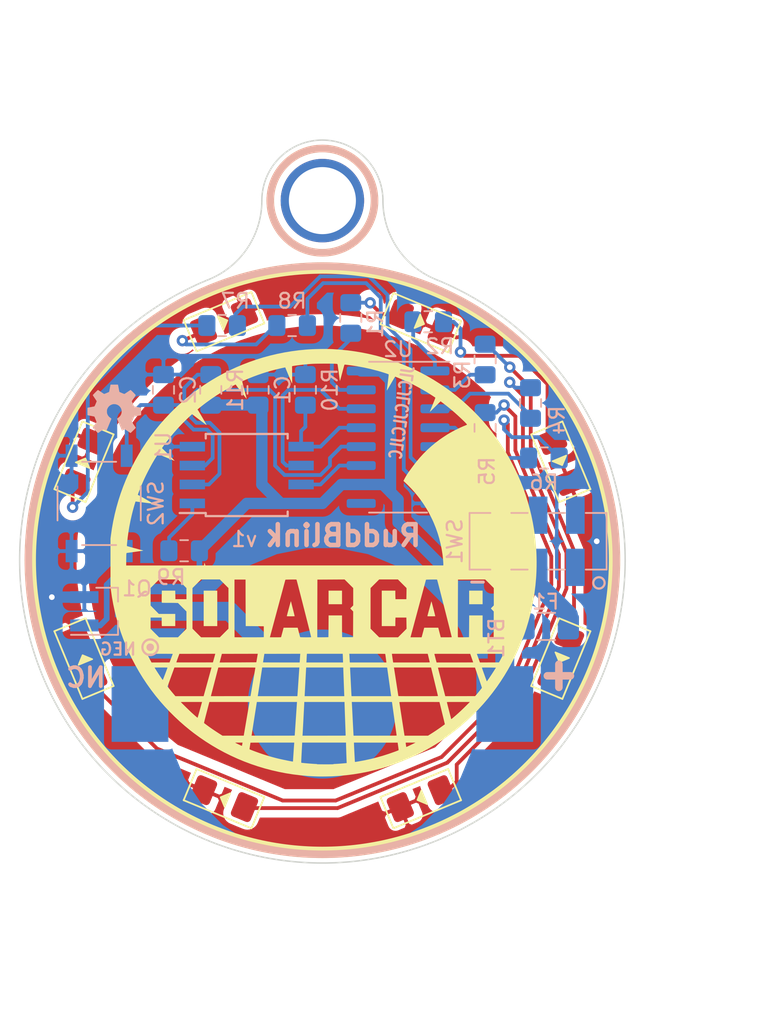
<source format=kicad_pcb>
(kicad_pcb (version 20221018) (generator pcbnew)
  (title_block (title "RuddBlink v1") (date "2019-10-31") (rev "A") (company "Ruddock House Electrical Engineering") (comment 1 "California Institute of Technology") (comment 2 "B.S. EE, Ruddock House, Class of 2020") (comment 3 "Ray Sun"))
  (layers (0 "F.Cu" signal) (31 "B.Cu" signal) (34 "B.Paste" user) (35 "F.Paste" user) (36 "B.SilkS" user "B.Silkscreen") (37 "F.SilkS" user "F.Silkscreen") (38 "B.Mask" user) (39 "F.Mask" user) (44 "Edge.Cuts" user))
  (net 0 "")
  (net 1 "GND")
  (net 2 "Net-(D1-Pad2)")
  (net 3 "Net-(D2-Pad2)")
  (net 4 "Net-(D3-Pad2)")
  (net 5 "Net-(D4-Pad2)")
  (net 6 "Net-(D5-Pad2)")
  (net 7 "Net-(D6-Pad2)")
  (net 8 "Net-(D7-Pad2)")
  (net 9 "Net-(D8-Pad2)")
  (net 10 "Net-(F1-Pad2)")
  (net 11 "Net-(SW1-Pad3)")
  (net 12 "Net-(U2-Pad9)")
  (net 13 "/BAT+")
  (net 14 "/BAT-")
  (net 15 "/USER")
  (net 16 "/RESET")
  (net 17 "/SER")
  (net 18 "/~{OE}")
  (net 19 "/RCLK")
  (net 20 "/SRCLK")
  (net 21 "VDD")
  (net 22 "/LED1")
  (net 23 "/LED2")
  (net 24 "/LED3")
  (net 25 "/LED4")
  (net 26 "/LED5")
  (net 27 "/LED6")
  (net 28 "/LED7")
  (net 29 "/LED8")
  (net 30 "Net-(H1-Pad1)")
  (net 31 "Net-(SW1-Pad6)")
  (net 32 "Net-(SW1-Pad5)")
  (net 33 "Net-(SW1-Pad4)")
  (footprint "ruddblink:LED_1206_Uniform_HandSolder" (layer "F.Cu") (at 126.238 107.696 -112.5)
    (fp_text reference "D7" hide)
    (fp_text value " 150120BS75000 ")
    (pad "1" smd roundrect (at -1.4875 0 247.5) (size 1.425 1.75) (layers "F.Cu" "F.Paste" "F.Mask") (roundrect_rratio 0.175439) (net 1 "GND"))
    (pad "2" smd roundrect (at 1.4875 0 247.5) (size 1.425 1.75) (layers "F.Cu" "F.Paste" "F.Mask") (roundrect_rratio 0.175439) (net 8 "Net-(D7-Pad2)"))
  )
  (footprint "ruddblink:LED_1206_Uniform_HandSolder" (layer "F.Cu") (at 148.844 130.302 22.5)
    (fp_text reference "D4" hide)
    (fp_text value " 150120BS75000 ")
    (pad "1" smd roundrect (at -1.4875 0 22.5) (size 1.425 1.75) (layers "F.Cu" "F.Paste" "F.Mask") (roundrect_rratio 0.175439) (net 1 "GND"))
    (pad "2" smd roundrect (at 1.4875 0 22.5) (size 1.425 1.75) (layers "F.Cu" "F.Paste" "F.Mask") (roundrect_rratio 0.175439) (net 5 "Net-(D4-Pad2)"))
  )
  (footprint "ruddblink:LED_1206_Uniform_HandSolder" (layer "F.Cu") (at 135.636 130.302 -22.5)
    (fp_text reference "D5" hide)
    (fp_text value " 150120BS75000 ")
    (pad "1" smd roundrect (at -1.4875 0 337.5) (size 1.425 1.75) (layers "F.Cu" "F.Paste" "F.Mask") (roundrect_rratio 0.175439) (net 1 "GND"))
    (pad "2" smd roundrect (at 1.4875 0 337.5) (size 1.425 1.75) (layers "F.Cu" "F.Paste" "F.Mask") (roundrect_rratio 0.175439) (net 6 "Net-(D5-Pad2)"))
  )
  (footprint "ruddblink:LED_1206_Uniform_HandSolder" (layer "F.Cu") (at 135.636 98.298 -157.5)
    (fp_text reference "D8" hide)
    (fp_text value " 150120BS75000 ")
    (pad "1" smd roundrect (at -1.4875 0 202.5) (size 1.425 1.75) (layers "F.Cu" "F.Paste" "F.Mask") (roundrect_rratio 0.175439) (net 1 "GND"))
    (pad "2" smd roundrect (at 1.4875 0 202.5) (size 1.425 1.75) (layers "F.Cu" "F.Paste" "F.Mask") (roundrect_rratio 0.175439) (net 9 "Net-(D8-Pad2)"))
  )
  (footprint "ruddblink:LED_1206_Uniform_HandSolder" (layer "F.Cu") (at 158.242 107.696 112.5)
    (fp_text reference "D2" hide)
    (fp_text value " 150120BS75000 ")
    (pad "1" smd roundrect (at -1.4875 0 112.5) (size 1.425 1.75) (layers "F.Cu" "F.Paste" "F.Mask") (roundrect_rratio 0.175439) (net 1 "GND"))
    (pad "2" smd roundrect (at 1.4875 0 112.5) (size 1.425 1.75) (layers "F.Cu" "F.Paste" "F.Mask") (roundrect_rratio 0.175439) (net 3 "Net-(D2-Pad2)"))
  )
  (footprint "ruddblink:LED_1206_Uniform_HandSolder" (layer "F.Cu") (at 158.242 120.904 67.5)
    (fp_text reference "D3" hide)
    (fp_text value " 150120BS75000 ")
    (pad "1" smd roundrect (at -1.4875 0 67.5) (size 1.425 1.75) (layers "F.Cu" "F.Paste" "F.Mask") (roundrect_rratio 0.175439) (net 1 "GND"))
    (pad "2" smd roundrect (at 1.4875 0 67.5) (size 1.425 1.75) (layers "F.Cu" "F.Paste" "F.Mask") (roundrect_rratio 0.175439) (net 4 "Net-(D3-Pad2)"))
  )
  (footprint "ruddblink:LED_1206_Uniform_HandSolder" (layer "F.Cu") (at 148.844 98.359242 157.5)
    (fp_text reference "D1" hide)
    (fp_text value " 150120BS75000 ")
    (pad "1" smd roundrect (at -1.4875 0 157.5) (size 1.425 1.75) (layers "F.Cu" "F.Paste" "F.Mask") (roundrect_rratio 0.175439) (net 1 "GND"))
    (pad "2" smd roundrect (at 1.4875 0 157.5) (size 1.425 1.75) (layers "F.Cu" "F.Paste" "F.Mask") (roundrect_rratio 0.175439) (net 2 "Net-(D1-Pad2)"))
  )
  (footprint "ruddblink:LED_1206_Uniform_HandSolder" (layer "F.Cu") (at 126.238 120.904 -67.5)
    (fp_text reference "D6" hide)
    (fp_text value " 150120BS75000 ")
    (pad "1" smd roundrect (at -1.4875 0 292.5) (size 1.425 1.75) (layers "F.Cu" "F.Paste" "F.Mask") (roundrect_rratio 0.175439) (net 1 "GND"))
    (pad "2" smd roundrect (at 1.4875 0 292.5) (size 1.425 1.75) (layers "F.Cu" "F.Paste" "F.Mask") (roundrect_rratio 0.175439) (net 7 "Net-(D6-Pad2)"))
  )
  (footprint "ruddblink:MountingHole_Keyring" (layer "F.Cu") (at 142.24 90.17)
    (fp_text reference "H1" hide)
    (fp_text value "KEYHOLE")
    (pad "1" thru_hole circle (at 0 0) (size 5.6 5.6) (drill 4.5) (layers "*.Cu" "*.Mask") (net 30 "Net-(H1-Pad1)"))
  )
  (footprint "scsc_logo:sun+solar_mask_1in2" (layer "F.Cu") (at 142.367 114.554)
    (fp_text reference "G***" (at 10.8204 -2.0828) (layer "F.SilkS") (effects (font (size 1.524 1.524) (thickness 0.3))))
    (fp_text value "" hide)
  )
  (footprint "scsc_logo:background_reduced_silk_1in2" (layer "F.Cu") (at 142.367 114.554)
    (fp_text reference "G***" (at 10.6172 -3.175) (layer "F.SilkS") (effects (font (size 1.524 1.524) (thickness 0.3))))
    (fp_text value "" hide)
  )
  (footprint "Package_SO:SOIJ-8_5.3x5.3mm_P1.27mm" (layer "B.Cu") (at 137.16 108.585)
    (fp_text reference "U1" (at -5.588 -1.905 90) (layer "B.SilkS") (effects (justify mirror)))
    (fp_text value "ATtiny85V-10SU")
    (pad "1" smd rect (at -3.65 1.905) (size 1.7 0.65) (layers "B.Cu" "B.Paste" "B.Mask") (net 16 "/RESET"))
    (pad "2" smd rect (at -3.65 0.635) (size 1.7 0.65) (layers "B.Cu" "B.Paste" "B.Mask") (net 19 "/RCLK"))
    (pad "3" smd rect (at -3.65 -0.635) (size 1.7 0.65) (layers "B.Cu" "B.Paste" "B.Mask") (net 15 "/USER"))
    (pad "4" smd rect (at -3.65 -1.905) (size 1.7 0.65) (layers "B.Cu" "B.Paste" "B.Mask") (net 1 "GND"))
    (pad "5" smd rect (at 3.65 -1.905) (size 1.7 0.65) (layers "B.Cu" "B.Paste" "B.Mask") (net 18 "/~{OE}"))
    (pad "6" smd rect (at 3.65 -0.635) (size 1.7 0.65) (layers "B.Cu" "B.Paste" "B.Mask") (net 17 "/SER"))
    (pad "7" smd rect (at 3.65 0.635) (size 1.7 0.65) (layers "B.Cu" "B.Paste" "B.Mask") (net 20 "/SRCLK"))
    (pad "8" smd rect (at 3.65 1.905) (size 1.7 0.65) (layers "B.Cu" "B.Paste" "B.Mask") (net 21 "VDD"))
  )
  (footprint "Package_TO_SOT_SMD:SOT-23_Handsoldering" (layer "B.Cu") (at 127.762 117.729)
    (fp_text reference "Q1" (at 2.032 -1.524) (layer "B.SilkS") (effects (justify mirror)))
    (fp_text value " IRFML8244")
    (pad "1" smd rect (at -1.5 0.95) (size 1.9 0.8) (layers "B.Cu" "B.Paste" "B.Mask") (net 21 "VDD"))
    (pad "2" smd rect (at -1.5 -0.95) (size 1.9 0.8) (layers "B.Cu" "B.Paste" "B.Mask") (net 1 "GND"))
    (pad "3" smd rect (at 1.5 0) (size 1.9 0.8) (layers "B.Cu" "B.Paste" "B.Mask") (net 14 "/BAT-"))
  )
  (footprint "Resistor_SMD:R_0805_2012Metric_Pad1.15x1.40mm_HandSolder" (layer "B.Cu") (at 141.097 102.87 90)
    (fp_text reference "R10" (at 0 1.65 90) (layer "B.SilkS") (effects (justify mirror)))
    (fp_text value "10K")
    (pad "1" smd roundrect (at -1.025 0 90) (size 1.15 1.4) (layers "B.Cu" "B.Paste" "B.Mask") (roundrect_rratio 0.217391) (net 18 "/~{OE}"))
    (pad "2" smd roundrect (at 1.025 0 90) (size 1.15 1.4) (layers "B.Cu" "B.Paste" "B.Mask") (roundrect_rratio 0.217) (net 1 "GND") (clearance 0.000203))
  )
  (footprint "ruddblink:BatteryHolder_Keystone_3034_Wide" (layer "B.Cu") (at 142.24 123.952 180)
    (fp_text reference "BT1" (at -11.684 4.445 90) (layer "B.SilkS") (effects (justify mirror)))
    (fp_text value "3034")
    (pad "1" smd rect (at -12.2428 0 180) (size 3.81 5.08) (layers "B.Cu" "B.Paste" "B.Mask") (net 13 "/BAT+"))
    (pad "1" smd rect (at 12.2428 0 180) (size 3.81 5.08) (layers "B.Cu" "B.Paste" "B.Mask") (net 13 "/BAT+"))
    (pad "2" smd circle (at 0 0 180) (size 10 10) (layers "B.Cu" "B.Paste" "B.Mask") (net 14 "/BAT-") (clearance 5.334))
  )
  (footprint "ruddblink:SW_Push_PTS526" (layer "B.Cu") (at 127.254 110.49 90)
    (fp_text reference "SW2" (at 0 3.81 90) (layer "B.SilkS") (effects (justify mirror)))
    (fp_text value "PTS526 SK15 SMTR2 LFS ")
    (pad "1" smd rect (at -3.2 1.85 90) (size 1.5 0.8) (layers "B.Cu" "B.Paste" "B.Mask") (net 15 "/USER"))
    (pad "1" smd rect (at 3.2 1.85 90) (size 1.5 0.8) (layers "B.Cu" "B.Paste" "B.Mask") (net 15 "/USER"))
    (pad "2" smd rect (at -3.2 -1.85 90) (size 1.5 0.8) (layers "B.Cu" "B.Paste" "B.Mask") (net 1 "GND"))
    (pad "2" smd rect (at 3.2 -1.85 90) (size 1.5 0.8) (layers "B.Cu" "B.Paste" "B.Mask") (net 1 "GND"))
  )
  (footprint "Resistor_SMD:R_0805_2012Metric_Pad1.15x1.40mm_HandSolder" (layer "B.Cu") (at 157.108 107.442)
    (fp_text reference "R6" (at 0 1.65) (layer "B.SilkS") (effects (justify mirror)))
    (fp_text value "R")
    (pad "1" smd roundrect (at -1.025 0) (size 1.15 1.4) (layers "B.Cu" "B.Paste" "B.Mask") (roundrect_rratio 0.217391) (net 27 "/LED6"))
    (pad "2" smd roundrect (at 1.025 0) (size 1.15 1.4) (layers "B.Cu" "B.Paste" "B.Mask") (roundrect_rratio 0.217391) (net 7 "Net-(D6-Pad2)"))
  )
  (footprint "Resistor_SMD:R_0805_2012Metric_Pad1.15x1.40mm_HandSolder" (layer "B.Cu") (at 153.162 105.419 90)
    (fp_text reference "R5" (at -2.912 0.127 90) (layer "B.SilkS") (effects (justify mirror)))
    (fp_text value "R")
    (pad "1" smd roundrect (at -1.025 0 90) (size 1.15 1.4) (layers "B.Cu" "B.Paste" "B.Mask") (roundrect_rratio 0.217391) (net 26 "/LED5"))
    (pad "2" smd roundrect (at 1.025 0 90) (size 1.15 1.4) (layers "B.Cu" "B.Paste" "B.Mask") (roundrect_rratio 0.217391) (net 6 "Net-(D5-Pad2)"))
  )
  (footprint "Capacitor_SMD:C_0805_2012Metric_Pad1.15x1.40mm_HandSolder" (layer "B.Cu") (at 137.922 102.87 90)
    (fp_text reference "C1" (at 0 1.65 90) (layer "B.SilkS") (effects (justify mirror)))
    (fp_text value "0.1uF")
    (pad "1" smd roundrect (at -1.025 0 90) (size 1.15 1.4) (layers "B.Cu" "B.Paste" "B.Mask") (roundrect_rratio 0.217391) (net 21 "VDD"))
    (pad "2" smd roundrect (at 1.025 0 90) (size 1.15 1.4) (layers "B.Cu" "B.Paste" "B.Mask") (roundrect_rratio 0.217391) (net 1 "GND"))
  )
  (footprint "Resistor_SMD:R_0805_2012Metric_Pad1.15x1.40mm_HandSolder" (layer "B.Cu") (at 156.21 103.75 90)
    (fp_text reference "R4" (at -1.152 1.778 90) (layer "B.SilkS") (effects (justify mirror)))
    (fp_text value "R")
    (pad "1" smd roundrect (at -1.025 0 90) (size 1.15 1.4) (layers "B.Cu" "B.Paste" "B.Mask") (roundrect_rratio 0.217391) (net 25 "/LED4"))
    (pad "2" smd roundrect (at 1.025 0 90) (size 1.15 1.4) (layers "B.Cu" "B.Paste" "B.Mask") (roundrect_rratio 0.217391) (net 5 "Net-(D4-Pad2)"))
  )
  (footprint "Resistor_SMD:R_0805_2012Metric_Pad1.15x1.40mm_HandSolder" (layer "B.Cu") (at 134.747 102.87 90)
    (fp_text reference "R11" (at 0 1.65 90) (layer "B.SilkS") (effects (justify mirror)))
    (fp_text value "10K")
    (pad "1" smd roundrect (at -1.025 0 90) (size 1.15 1.4) (layers "B.Cu" "B.Paste" "B.Mask") (roundrect_rratio 0.217391) (net 21 "VDD"))
    (pad "2" smd roundrect (at 1.025 0 90) (size 1.15 1.4) (layers "B.Cu" "B.Paste" "B.Mask") (roundrect_rratio 0.217391) (net 15 "/USER"))
  )
  (footprint "Resistor_SMD:R_0805_2012Metric_Pad1.15x1.40mm_HandSolder" (layer "B.Cu") (at 132.96 113.665 180)
    (fp_text reference "R9" (at 0.88 -1.778) (layer "B.SilkS") (effects (justify mirror)))
    (fp_text value "10K")
    (pad "1" smd roundrect (at -1.025 0 180) (size 1.15 1.4) (layers "B.Cu" "B.Paste" "B.Mask") (roundrect_rratio 0.217391) (net 21 "VDD"))
    (pad "2" smd roundrect (at 1.025 0 180) (size 1.15 1.4) (layers "B.Cu" "B.Paste" "B.Mask") (roundrect_rratio 0.217391) (net 16 "/RESET"))
  )
  (footprint "Resistor_SMD:R_0805_2012Metric_Pad1.15x1.40mm_HandSolder" (layer "B.Cu") (at 149.343 98.298)
    (fp_text reference "R2" (at 0.771 1.651) (layer "B.SilkS") (effects (justify mirror)))
    (fp_text value "R")
    (pad "1" smd roundrect (at -1.025 0) (size 1.15 1.4) (layers "B.Cu" "B.Paste" "B.Mask") (roundrect_rratio 0.217391) (net 23 "/LED2"))
    (pad "2" smd roundrect (at 1.025 0) (size 1.15 1.4) (layers "B.Cu" "B.Paste" "B.Mask") (roundrect_rratio 0.217391) (net 3 "Net-(D2-Pad2)"))
  )
  (footprint "Resistor_SMD:R_0805_2012Metric_Pad1.15x1.40mm_HandSolder" (layer "B.Cu") (at 135.509 98.552 180)
    (fp_text reference "R7" (at -0.889 1.65) (layer "B.SilkS") (effects (justify mirror)))
    (fp_text value "R")
    (pad "1" smd roundrect (at -1.025 0 180) (size 1.15 1.4) (layers "B.Cu" "B.Paste" "B.Mask") (roundrect_rratio 0.217391) (net 28 "/LED7"))
    (pad "2" smd roundrect (at 1.025 0 180) (size 1.15 1.4) (layers "B.Cu" "B.Paste" "B.Mask") (roundrect_rratio 0.217391) (net 8 "Net-(D7-Pad2)"))
  )
  (footprint "Package_SO:SOIC-16_3.9x9.9mm_P1.27mm" (layer "B.Cu") (at 147.32 106.045 180)
    (fp_text reference "U2" (at 0 5.9) (layer "B.SilkS") (effects (justify mirror)))
    (fp_text value "74HC595")
    (pad "1" smd roundrect (at -2.475 4.445 180) (size 1.95 0.6) (layers "B.Cu" "B.Paste" "B.Mask") (net 23 "/LED2"))
    (pad "2" smd roundrect (at -2.475 3.175 180) (size 1.95 0.6) (layers "B.Cu" "B.Paste" "B.Mask") (net 24 "/LED3"))
    (pad "3" smd roundrect (at -2.475 1.905 180) (size 1.95 0.6) (layers "B.Cu" "B.Paste" "B.Mask") (net 25 "/LED4"))
    (pad "4" smd roundrect (at -2.475 0.635 180) (size 1.95 0.6) (layers "B.Cu" "B.Paste" "B.Mask") (net 26 "/LED5"))
    (pad "5" smd roundrect (at -2.475 -0.635 180) (size 1.95 0.6) (layers "B.Cu" "B.Paste" "B.Mask") (net 27 "/LED6"))
    (pad "6" smd roundrect (at -2.475 -1.905 180) (size 1.95 0.6) (layers "B.Cu" "B.Paste" "B.Mask") (net 28 "/LED7"))
    (pad "7" smd roundrect (at -2.475 -3.175 180) (size 1.95 0.6) (layers "B.Cu" "B.Paste" "B.Mask") (net 29 "/LED8"))
    (pad "8" smd roundrect (at -2.475 -4.445 180) (size 1.95 0.6) (layers "B.Cu" "B.Paste" "B.Mask") (net 1 "GND"))
    (pad "9" smd roundrect (at 2.475 -4.445 180) (size 1.95 0.6) (layers "B.Cu" "B.Paste" "B.Mask") (net 12 "Net-(U2-Pad9)"))
    (pad "10" smd roundrect (at 2.475 -3.175 180) (size 1.95 0.6) (layers "B.Cu" "B.Paste" "B.Mask") (net 21 "VDD"))
    (pad "11" smd roundrect (at 2.475 -1.905 180) (size 1.95 0.6) (layers "B.Cu" "B.Paste" "B.Mask") (net 20 "/SRCLK"))
    (pad "12" smd roundrect (at 2.475 -0.635 180) (size 1.95 0.6) (layers "B.Cu" "B.Paste" "B.Mask") (net 19 "/RCLK"))
    (pad "13" smd roundrect (at 2.475 0.635 180) (size 1.95 0.6) (layers "B.Cu" "B.Paste" "B.Mask") (net 18 "/~{OE}"))
    (pad "14" smd roundrect (at 2.475 1.905 180) (size 1.95 0.6) (layers "B.Cu" "B.Paste" "B.Mask") (net 17 "/SER"))
    (pad "15" smd roundrect (at 2.475 3.175 180) (size 1.95 0.6) (layers "B.Cu" "B.Paste" "B.Mask") (net 22 "/LED1"))
    (pad "16" smd roundrect (at 2.475 4.445 180) (size 1.95 0.6) (layers "B.Cu" "B.Paste" "B.Mask") (net 21 "VDD"))
  )
  (footprint "Resistor_SMD:R_0805_2012Metric_Pad1.15x1.40mm_HandSolder" (layer "B.Cu") (at 144.145 98.044 90)
    (fp_text reference "R1" (at -0.381 1.651 90) (layer "B.SilkS") (effects (justify mirror)))
    (fp_text value "R")
    (pad "1" smd roundrect (at -1.025 0 90) (size 1.15 1.4) (layers "B.Cu" "B.Paste" "B.Mask") (roundrect_rratio 0.217391) (net 22 "/LED1"))
    (pad "2" smd roundrect (at 1.025 0 90) (size 1.15 1.4) (layers "B.Cu" "B.Paste" "B.Mask") (roundrect_rratio 0.217391) (net 2 "Net-(D1-Pad2)"))
  )
  (footprint "Resistor_SMD:R_0805_2012Metric_Pad1.15x1.40mm_HandSolder" (layer "B.Cu") (at 153.162 100.829 90)
    (fp_text reference "R3" (at -1.025 -1.524 90) (layer "B.SilkS") (effects (justify mirror)))
    (fp_text value "R")
    (pad "1" smd roundrect (at -1.025 0 90) (size 1.15 1.4) (layers "B.Cu" "B.Paste" "B.Mask") (roundrect_rratio 0.217391) (net 24 "/LED3"))
    (pad "2" smd roundrect (at 1.025 0 90) (size 1.15 1.4) (layers "B.Cu" "B.Paste" "B.Mask") (roundrect_rratio 0.217391) (net 4 "Net-(D3-Pad2)"))
  )
  (footprint "Resistor_SMD:R_0805_2012Metric_Pad1.15x1.40mm_HandSolder" (layer "B.Cu") (at 140.208 98.552 180)
    (fp_text reference "R8" (at 0 1.65 180) (layer "B.SilkS") (effects (justify mirror)))
    (fp_text value "R")
    (pad "1" smd roundrect (at -1.025 0 180) (size 1.15 1.4) (layers "B.Cu" "B.Paste" "B.Mask") (roundrect_rratio 0.217391) (net 29 "/LED8"))
    (pad "2" smd roundrect (at 1.025 0 180) (size 1.15 1.4) (layers "B.Cu" "B.Paste" "B.Mask") (roundrect_rratio 0.217391) (net 9 "Net-(D8-Pad2)"))
  )
  (footprint "Fuse:Fuse_1206_3216Metric_Pad1.42x1.75mm_HandSolder" (layer "B.Cu") (at 157.2625 118.745)
    (fp_text reference "F1" (at -0.0365 -1.651) (layer "B.SilkS") (effects (justify mirror)))
    (fp_text value " 0ZCJ0005FF2E ")
    (pad "1" smd roundrect (at -1.4875 0) (size 1.425 1.75) (layers "B.Cu" "B.Paste" "B.Mask") (roundrect_rratio 0.175439) (net 13 "/BAT+"))
    (pad "2" smd roundrect (at 1.4875 0) (size 1.425 1.75) (layers "B.Cu" "B.Paste" "B.Mask") (roundrect_rratio 0.175439) (net 10 "Net-(F1-Pad2)"))
  )
  (footprint "Capacitor_SMD:C_0805_2012Metric_Pad1.15x1.40mm_HandSolder" (layer "B.Cu") (at 131.572 102.87 90)
    (fp_text reference "C2" (at 0 1.65 90) (layer "B.SilkS") (effects (justify mirror)))
    (fp_text value "0.1uF")
    (pad "1" smd roundrect (at -1.025 0 90) (size 1.15 1.4) (layers "B.Cu" "B.Paste" "B.Mask") (roundrect_rratio 0.217391) (net 15 "/USER"))
    (pad "2" smd roundrect (at 1.025 0 90) (size 1.15 1.4) (layers "B.Cu" "B.Paste" "B.Mask") (roundrect_rratio 0.217) (net 1 "GND") (clearance 0.2032))
  )
  (footprint "ruddblink:OSHW-Symbol_140mil" (layer "B.Cu") (at 128.27 104.14 180)
    (fp_text reference "G***" hide)
    (fp_text value "LOGO" hide)
  )
  (footprint "ruddblink:SW_SPDT_CK-JS202011JCQN" (layer "B.Cu") (at 156.718 113.03)
    (fp_text reference "SW1" (at -5.588 0 90) (layer "B.SilkS") (effects (justify mirror)))
    (fp_text value "JS202011JCQN" hide)
    (pad "1" smd rect (at -2.5 1.75) (size 1.25 2.5) (layers "B.Cu" "B.Paste" "B.Mask") (net 21 "VDD"))
    (pad "2" smd rect (at 0 1.75) (size 1.25 2.5) (layers "B.Cu" "B.Paste" "B.Mask") (net 10 "Net-(F1-Pad2)"))
    (pad "3" smd rect (at 2.5 1.75) (size 1.25 2.5) (layers "B.Cu" "B.Paste" "B.Mask") (net 11 "Net-(SW1-Pad3)"))
    (pad "4" smd rect (at -2.5 -1.75) (size 1.25 2.5) (layers "B.Cu" "B.Paste" "B.Mask" "Dwgs.User") (net 33 "Net-(SW1-Pad4)"))
    (pad "5" smd rect (at 0 -1.75) (size 1.25 2.5) (layers "B.Cu" "B.Paste" "B.Mask") (net 32 "Net-(SW1-Pad5)"))
    (pad "6" smd rect (at 2.5 -1.75) (size 1.25 2.5) (layers "B.Cu" "B.Paste" "B.Mask") (net 31 "Net-(SW1-Pad6)"))
  )
  (gr_circle (center 142.24 90.17) (end 145.74 90.17) (stroke (width 0.508)) (fill none) (layer "B.SilkS"))
  (gr_circle (center 142.24 114.3) (end 161.9758 114.3) (stroke (width 0.508)) (fill none) (layer "B.SilkS"))
  (gr_circle (center 130.683 120.142) (end 130.175 120.269) (stroke (width 0.15)) (fill none) (layer "B.SilkS"))
  (gr_circle (center 130.683 120.142) (end 130.81 120.142) (stroke (width 0.254)) (fill none) (layer "B.SilkS"))
  (gr_circle (center 160.802609 115.824) (end 161.183609 115.824) (stroke (width 0.15)) (fill none) (layer "B.SilkS"))
  (gr_circle (center 142.24 90.17) (end 145.74 90.17) (stroke (width 0.508)) (fill none) (layer "F.SilkS"))
  (gr_circle (center 142.24 114.3) (end 161.8488 114.3) (stroke (width 0.762)) (fill none) (layer "F.SilkS"))
  (gr_arc (start 138.176 90.17) (mid 142.24 86.106) (end 146.304 90.17) (stroke (width 0.1)) (layer "Edge.Cuts"))
  (gr_arc (start 138.176 90.17) (mid 137.168055 93.41112) (end 134.499758 95.508979) (stroke (width 0.1)) (layer "Edge.Cuts"))
  (gr_arc (start 149.984487 95.510597) (mid 147.313234 93.412991) (end 146.304 90.17) (stroke (width 0.1)) (layer "Edge.Cuts"))
  (gr_arc (start 149.98444 95.510709) (mid 142.237728 134.622739) (end 134.499758 95.508979) (stroke (width 0.1)) (layer "Edge.Cuts"))
  (gr_text "v1" (at 136.99744 112.8903) (layer "B.SilkS") (effects (font (size 1.016 1.016) (thickness 0.1524)) (justify mirror)))
  (gr_text "+" (at 158.115 121.92) (layer "B.SilkS") (effects (font (size 2.032 2.032) (thickness 0.508)) (justify mirror)))
  (gr_text "JLCJLCJLCJLC" (at 147.574 104.394 82) (layer "B.SilkS") (effects (font (size 0.8128 0.6096) (thickness 0.1524)) (justify mirror)))
  (gr_text "NC" (at 126.365 122.174) (layer "B.SilkS") (effects (font (size 1.27 1.27) (thickness 0.254)) (justify mirror)))
  (gr_text "NEG" (at 128.524 120.269) (layer "B.SilkS") (effects (font (size 0.8128 0.8128) (thickness 0.1524)) (justify mirror)))
  (gr_text "-" (at 152.654 115.697) (layer "B.SilkS") (effects (font (size 1.016 1.016) (thickness 0.2032)) (justify mirror)))
  (gr_text "RuddBlink" (at 143.637 112.649) (layer "B.SilkS") (effects (font (size 1.397 1.397) (thickness 0.3048)) (justify mirror)))
  (via (at 160.655 113.03) (size 0.762) (drill 0.381) (layers "F.Cu" "B.Cu") (net 1))
  (via (at 124.079 116.779) (size 0.762) (drill 0.381) (layers "F.Cu" "B.Cu") (net 1))
  (segment (start 126.262 116.779) (end 124.079 116.779) (width 0.762) (layer "B.Cu") (net 1))
  (segment (start 147.447 97.79) (end 146.207835 97.79) (width 0.254) (layer "F.Cu") (net 2))
  (segment (start 146.207835 97.79) (end 145.826834 97.408999) (width 0.254) (layer "F.Cu") (net 2))
  (segment (start 145.826834 97.408999) (end 145.445835 97.028) (width 0.254) (layer "F.Cu") (net 2))
  (via (at 145.445835 97.028) (size 0.762) (drill 0.381) (layers "F.Cu" "B.Cu") (net 2))
  (segment (start 145.436835 97.019) (end 145.445835 97.028) (width 0.254) (layer "B.Cu") (net 2))
  (segment (start 144.145 97.019) (end 145.436835 97.019) (width 0.254) (layer "B.Cu") (net 2))
  (segment (start 151.511 100.33) (end 151.765 100.584) (width 0.254) (layer "F.Cu") (net 3))
  (segment (start 157.353 106.045) (end 157.607 106.299) (width 0.254) (layer "F.Cu") (net 3))
  (segment (start 155.448 100.584) (end 157.353 102.489) (width 0.254) (layer "F.Cu") (net 3))
  (segment (start 151.765 100.584) (end 155.448 100.584) (width 0.254) (layer "F.Cu") (net 3))
  (segment (start 157.353 102.489) (end 157.353 106.045) (width 0.254) (layer "F.Cu") (net 3))
  (via (at 151.511 100.33) (size 0.762) (drill 0.381) (layers "F.Cu" "B.Cu") (net 3))
  (segment (start 151.043 98.298) (end 151.511 98.766) (width 0.254) (layer "B.Cu") (net 3))
  (segment (start 151.511 98.766) (end 151.511 100.33) (width 0.254) (layer "B.Cu") (net 3))
  (segment (start 150.368 98.298) (end 151.043 98.298) (width 0.254) (layer "B.Cu") (net 3))
  (segment (start 158.877 119.634) (end 159.131 119.38) (width 0.254) (layer "F.Cu") (net 4))
  (segment (start 156.224598 102.7525) (end 154.818098 101.346) (width 0.254) (layer "F.Cu") (net 4))
  (segment (start 156.224598 106.665402) (end 156.224598 102.7525) (width 0.254) (layer "F.Cu") (net 4))
  (segment (start 159.131 119.38) (end 159.131 113.665) (width 0.254) (layer "F.Cu") (net 4))
  (segment (start 159.131 113.665) (end 156.224598 106.665402) (width 0.254) (layer "F.Cu") (net 4))
  (via (at 154.818098 101.346) (size 0.762) (drill 0.381) (layers "F.Cu" "B.Cu") (net 4))
  (segment (start 153.28 99.813) (end 154.813 101.346) (width 0.254) (layer "B.Cu") (net 4))
  (segment (start 154.813 101.346) (end 154.818098 101.346) (width 0.254) (layer "B.Cu") (net 4))
  (segment (start 153.162 99.813) (end 153.28 99.813) (width 0.254) (layer "B.Cu") (net 4))
  (segment (start 155.540254 123.663254) (end 158.623 116.205) (width 0.254) (layer "F.Cu") (net 5))
  (segment (start 151.257 128.016) (end 155.540254 123.663254) (width 0.254) (layer "F.Cu") (net 5))
  (segment (start 150.368 130.048) (end 151.257 129.159) (width 0.254) (layer "F.Cu") (net 5))
  (segment (start 158.623 113.792) (end 155.702 106.807) (width 0.254) (layer "F.Cu") (net 5))
  (segment (start 151.257 129.159) (end 151.257 128.016) (width 0.254) (layer "F.Cu") (net 5))
  (segment (start 155.702 103.251) (end 154.813 102.362) (width 0.254) (layer "F.Cu") (net 5))
  (segment (start 155.702 106.807) (end 155.702 103.251) (width 0.254) (layer "F.Cu") (net 5))
  (segment (start 158.623 116.205) (end 158.623 113.792) (width 0.254) (layer "F.Cu") (net 5))
  (via (at 154.813 102.362) (size 0.762) (drill 0.381) (layers "F.Cu" "B.Cu") (net 5))
  (segment (start 156.21 102.725) (end 155.282083 102.725) (width 0.254) (layer "B.Cu") (net 5))
  (segment (start 155.176 102.725) (end 154.813 102.362) (width 0.254) (layer "B.Cu") (net 5))
  (segment (start 155.282083 102.725) (end 155.176 102.725) (width 0.254) (layer "B.Cu") (net 5))
  (segment (start 158.115 113.919) (end 155.194 106.934) (width 0.254) (layer "F.Cu") (net 6))
  (segment (start 155.194 106.934) (end 155.194 104.64799) (width 0.254) (layer "F.Cu") (net 6))
  (segment (start 150.622 127.889) (end 155.067 123.444) (width 0.254) (layer "F.Cu") (net 6))
  (segment (start 143.256 130.937) (end 150.622 127.889) (width 0.254) (layer "F.Cu") (net 6))
  (segment (start 158.115 116.078) (end 158.115 113.919) (width 0.254) (layer "F.Cu") (net 6))
  (segment (start 136.652 130.937) (end 143.256 130.937) (width 0.254) (layer "F.Cu") (net 6))
  (segment (start 154.812999 104.266989) (end 154.432 103.88599) (width 0.254) (layer "F.Cu") (net 6))
  (segment (start 155.067 123.444) (end 158.115 116.078) (width 0.254) (layer "F.Cu") (net 6))
  (segment (start 155.194 104.64799) (end 154.812999 104.266989) (width 0.254) (layer "F.Cu") (net 6))
  (via (at 154.432 103.88599) (size 0.762) (drill 0.381) (layers "F.Cu" "B.Cu") (net 6))
  (segment (start 154.051001 104.266989) (end 154.432 103.88599) (width 0.254) (layer "B.Cu") (net 6))
  (segment (start 153.92399 104.394) (end 154.051001 104.266989) (width 0.254) (layer "B.Cu") (net 6))
  (segment (start 153.035 104.394) (end 153.92399 104.394) (width 0.254) (layer "B.Cu") (net 6))
  (segment (start 157.607 115.951) (end 154.686 123.063) (width 0.254) (layer "F.Cu") (net 7))
  (segment (start 154.434629 104.904629) (end 154.686 105.156) (width 0.254) (layer "F.Cu") (net 7))
  (segment (start 143.129 130.429) (end 139.573 130.429) (width 0.254) (layer "F.Cu") (net 7))
  (segment (start 126.746 122.555) (end 126.746 122.682) (width 0.254) (layer "F.Cu") (net 7))
  (segment (start 154.686 107.061) (end 157.607 114.046) (width 0.254) (layer "F.Cu") (net 7))
  (segment (start 154.686 123.063) (end 150.241 127.508) (width 0.254) (layer "F.Cu") (net 7))
  (segment (start 154.686 105.156) (end 154.686 107.061) (width 0.254) (layer "F.Cu") (net 7))
  (segment (start 139.573 130.429) (end 131.130388 126.939388) (width 0.254) (layer "F.Cu") (net 7))
  (segment (start 131.130388 126.939388) (end 126.746 122.555) (width 0.254) (layer "F.Cu") (net 7))
  (segment (start 157.607 114.046) (end 157.607 115.951) (width 0.254) (layer "F.Cu") (net 7))
  (segment (start 150.241 127.508) (end 143.129 130.429) (width 0.254) (layer "F.Cu") (net 7))
  (via (at 154.432 104.902) (size 0.762) (drill 0.381) (layers "F.Cu" "B.Cu") (net 7))
  (segment (start 158.133 107.442) (end 156.736 106.045) (width 0.254) (layer "B.Cu") (net 7))
  (segment (start 156.736 106.045) (end 154.956227 106.045) (width 0.254) (layer "B.Cu") (net 7))
  (segment (start 154.956227 106.045) (end 154.432 105.520773) (width 0.254) (layer "B.Cu") (net 7))
  (segment (start 154.432 105.520773) (end 154.432 104.902) (width 0.254) (layer "B.Cu") (net 7))
  (segment (start 125.476 109.263029) (end 125.476 110.744) (width 0.254) (layer "F.Cu") (net 8))
  (segment (start 125.668758 109.070271) (end 125.476 109.263029) (width 0.254) (layer "F.Cu") (net 8))
  (via (at 125.476 110.744) (size 0.762) (drill 0.381) (layers "F.Cu" "B.Cu") (net 8))
  (segment (start 130.8735 98.552) (end 126.492 102.9335) (width 0.254) (layer "B.Cu") (net 8))
  (segment (start 125.856999 110.363001) (end 125.476 110.744) (width 0.254) (layer "B.Cu") (net 8))
  (segment (start 134.357 98.806) (end 134.493 98.67) (width 0.254) (layer "B.Cu") (net 8))
  (segment (start 134.493 98.552) (end 130.8735 98.552) (width 0.254) (layer "B.Cu") (net 8))
  (segment (start 126.492 102.9335) (end 126.492 109.728) (width 0.254) (layer "B.Cu") (net 8))
  (segment (start 126.492 109.728) (end 125.856999 110.363001) (width 0.254) (layer "B.Cu") (net 8))
  (segment (start 134.366 99.441) (end 134.366 98.933) (width 0.254) (layer "F.Cu") (net 9))
  (segment (start 134.62 98.806) (end 132.842 99.568) (width 0.254) (layer "F.Cu") (net 9))
  (segment (start 134.261729 98.867242) (end 134.62 98.806) (width 0.254) (layer "F.Cu") (net 9))
  (via (at 132.842 99.568) (size 0.762) (drill 0.381) (layers "F.Cu" "B.Cu") (net 9))
  (segment (start 139.065 98.552) (end 137.795055 99.821945) (width 0.254) (layer "B.Cu") (net 9))
  (segment (start 137.795055 99.821945) (end 133.095945 99.821945) (width 0.254) (layer "B.Cu") (net 9))
  (segment (start 133.095945 99.821945) (end 132.842 99.568) (width 0.254) (layer "B.Cu") (net 9))
  (segment (start 158.75 117.983) (end 158.75 118.745) (width 1.27) (layer "B.Cu") (net 10))
  (segment (start 156.845 116.078) (end 158.75 117.983) (width 1.27) (layer "B.Cu") (net 10))
  (segment (start 156.718 115.951) (end 156.718 114.808) (width 1.27) (layer "B.Cu") (net 10))
  (segment (start 156.845 116.078) (end 156.718 115.951) (width 1.27) (layer "B.Cu") (net 10))
  (segment (start 154.4828 119.9642) (end 155.702 118.745) (width 1.27) (layer "B.Cu") (net 13))
  (segment (start 155.702 118.999) (end 155.702 118.872) (width 0.762) (layer "B.Cu") (net 13))
  (segment (start 154.4828 123.952) (end 154.4828 119.9642) (width 1.27) (layer "B.Cu") (net 13))
  (segment (start 136.017 117.729) (end 142.24 123.952) (width 1.27) (layer "B.Cu") (net 14))
  (segment (start 129.262 117.729) (end 136.017 117.729) (width 1.27) (layer "B.Cu") (net 14))
  (segment (start 133.477 107.95) (end 134.366 107.95) (width 0.254) (layer "B.Cu") (net 15))
  (segment (start 133.592407 105.537) (end 132.969 104.913593) (width 0.254) (layer "B.Cu") (net 15))
  (segment (start 134.366 107.95) (end 134.874 107.442) (width 0.254) (layer "B.Cu") (net 15))
  (segment (start 133.858 101.854) (end 134.747 101.854) (width 0.254) (layer "B.Cu") (net 15))
  (segment (start 134.874 107.442) (end 134.874 105.918) (width 0.254) (layer "B.Cu") (net 15))
  (segment (start 130.048 103.886) (end 129.104 104.83) (width 0.254) (layer "B.Cu") (net 15))
  (segment (start 132.969 104.902) (end 132.969 102.743) (width 0.254) (layer "B.Cu") (net 15))
  (segment (start 132.969 104.267) (end 132.588 103.886) (width 0.254) (layer "B.Cu") (net 15))
  (segment (start 134.493 105.537) (end 133.592407 105.537) (width 0.254) (layer "B.Cu") (net 15))
  (segment (start 132.969 102.743) (end 133.858 101.854) (width 0.254) (layer "B.Cu") (net 15))
  (segment (start 134.874 105.918) (end 134.493 105.537) (width 0.254) (layer "B.Cu") (net 15))
  (segment (start 132.588 103.886) (end 130.048 103.886) (width 0.254) (layer "B.Cu") (net 15))
  (segment (start 129.104 104.83) (end 129.104 107.29) (width 0.254) (layer "B.Cu") (net 15))
  (segment (start 133.51 110.49) (end 133.51 111.219) (width 0.254) (layer "B.Cu") (net 16))
  (segment (start 131.953 112.776) (end 131.953 113.538) (width 0.254) (layer "B.Cu") (net 16))
  (segment (start 131.953 113.538) (end 131.953 113.792) (width 0.254) (layer "B.Cu") (net 16))
  (segment (start 133.51 111.219) (end 131.953 112.776) (width 0.254) (layer "B.Cu") (net 16))
  (segment (start 142.113 102.87) (end 143.383 104.14) (width 0.254) (layer "B.Cu") (net 17))
  (segment (start 139.833 107.95) (end 139.573 107.69) (width 0.254) (layer "B.Cu") (net 17))
  (segment (start 139.573 107.69) (end 139.573 103.251) (width 0.254) (layer "B.Cu") (net 17))
  (segment (start 140.81 107.95) (end 139.833 107.95) (width 0.254) (layer "B.Cu") (net 17))
  (segment (start 143.383 104.14) (end 144.845 104.14) (width 0.254) (layer "B.Cu") (net 17))
  (segment (start 139.573 103.251) (end 139.954 102.87) (width 0.254) (layer "B.Cu") (net 17))
  (segment (start 139.954 102.87) (end 142.113 102.87) (width 0.254) (layer "B.Cu") (net 17))
  (segment (start 144.78 105.41) (end 143.383 105.41) (width 0.254) (layer "B.Cu") (net 18))
  (segment (start 140.09 106.562) (end 140.208 106.68) (width 0.254) (layer "B.Cu") (net 18))
  (segment (start 143.383 105.41) (end 142.113 106.68) (width 0.254) (layer "B.Cu") (net 18))
  (segment (start 140.81 105.6335) (end 140.81 106.68) (width 0.254) (layer "B.Cu") (net 18))
  (segment (start 141.097 105.3465) (end 140.81 105.6335) (width 0.254) (layer "B.Cu") (net 18))
  (segment (start 141.097 103.886) (end 141.097 105.3465) (width 0.254) (layer "B.Cu") (net 18))
  (segment (start 142.113 106.68) (end 140.462 106.68) (width 0.254) (layer "B.Cu") (net 18))
  (segment (start 142.748 107.95) (end 142.113 108.585) (width 0.254) (layer "B.Cu") (net 19))
  (segment (start 143.51 106.68) (end 142.748 107.442) (width 0.254) (layer "B.Cu") (net 19))
  (segment (start 142.748 107.442) (end 142.748 107.95) (width 0.254) (layer "B.Cu") (net 19))
  (segment (start 139.065 103.251) (end 138.684 102.87) (width 0.254) (layer "B.Cu") (net 19))
  (segment (start 134.682382 105.079789) (end 135.331211 105.728618) (width 0.254) (layer "B.Cu") (net 19))
  (segment (start 134.62 109.22) (end 133.477 109.22) (width 0.254) (layer "B.Cu") (net 19))
  (segment (start 139.7 108.585) (end 139.065 107.95) (width 0.254) (layer "B.Cu") (net 19))
  (segment (start 144.845 106.68) (end 143.51 106.68) (width 0.254) (layer "B.Cu") (net 19))
  (segment (start 139.065 107.95) (end 139.065 103.251) (width 0.254) (layer "B.Cu") (net 19))
  (segment (start 133.42621 104.72421) (end 133.781789 105.079789) (width 0.254) (layer "B.Cu") (net 19))
  (segment (start 135.331211 105.728618) (end 135.331211 108.508789) (width 0.254) (layer "B.Cu") (net 19))
  (segment (start 133.781789 105.079789) (end 134.682382 105.079789) (width 0.254) (layer "B.Cu") (net 19))
  (segment (start 138.684 102.87) (end 133.858 102.87) (width 0.254) (layer "B.Cu") (net 19))
  (segment (start 133.42621 103.30179) (end 133.42621 104.72421) (width 0.254) (layer "B.Cu") (net 19))
  (segment (start 133.858 102.87) (end 133.42621 103.30179) (width 0.254) (layer "B.Cu") (net 19))
  (segment (start 142.113 108.585) (end 139.7 108.585) (width 0.254) (layer "B.Cu") (net 19))
  (segment (start 135.331211 108.508789) (end 134.62 109.22) (width 0.254) (layer "B.Cu") (net 19))
  (segment (start 143.383 107.95) (end 144.145 107.95) (width 0.254) (layer "B.Cu") (net 20))
  (segment (start 142.113 109.22) (end 143.383 107.95) (width 0.254) (layer "B.Cu") (net 20))
  (segment (start 144.145 107.95) (end 144.78 107.95) (width 0.254) (layer "B.Cu") (net 20))
  (segment (start 140.716 109.22) (end 142.113 109.22) (width 0.254) (layer "B.Cu") (net 20))
  (segment (start 144.845 101.6) (end 146.177 101.6) (width 0.762) (layer "B.Cu") (net 21))
  (segment (start 146.177 101.6) (end 146.812 102.235) (width 0.762) (layer "B.Cu") (net 21))
  (segment (start 146.812 102.235) (end 146.812 109.728) (width 0.762) (layer "B.Cu") (net 21))
  (segment (start 146.812 109.728) (end 146.939 109.855) (width 0.762) (layer "B.Cu") (net 21))
  (segment (start 127.762 118.237) (end 127.32 118.679) (width 0.381) (layer "B.Cu") (net 21))
  (segment (start 133.604 115.189) (end 128.524 115.189) (width 0.381) (layer "B.Cu") (net 21))
  (segment (start 137.16 110.49) (end 133.985 113.665) (width 0.762) (layer "B.Cu") (net 21))
  (segment (start 133.985 114.808) (end 133.604 115.189) (width 0.381) (layer "B.Cu") (net 21))
  (segment (start 137.922 103.886) (end 134.62 103.886) (width 0.762) (layer "B.Cu") (net 21))
  (segment (start 138.176 109.22) (end 138.176 104.14) (width 0.762) (layer "B.Cu") (net 21))
  (segment (start 143.51 109.22) (end 142.24 110.49) (width 0.762) (layer "B.Cu") (net 21))
  (segment (start 142.24 110.49) (end 137.16 110.49) (width 0.762) (layer "B.Cu") (net 21))
  (segment (start 127.762 115.951) (end 127.762 118.237) (width 0.381) (layer "B.Cu") (net 21))
  (segment (start 146.304 109.22) (end 143.51 109.22) (width 0.762) (layer "B.Cu") (net 21))
  (segment (start 139.446 110.49) (end 138.176 109.22) (width 0.762) (layer "B.Cu") (net 21))
  (segment (start 138.176 104.14) (end 137.922 103.886) (width 0.762) (layer "B.Cu") (net 21))
  (segment (start 147.32 111.76) (end 147.32 110.236) (width 0.762) (layer "B.Cu") (net 21))
  (segment (start 133.985 113.665) (end 133.985 114.808) (width 0.381) (layer "B.Cu") (net 21))
  (segment (start 150.34 114.78) (end 147.32 111.76) (width 0.762) (layer "B.Cu") (net 21))
  (segment (start 154.345 114.78) (end 150.34 114.78) (width 0.762) (layer "B.Cu") (net 21))
  (segment (start 127.32 118.679) (end 126.262 118.679) (width 0.381) (layer "B.Cu") (net 21))
  (segment (start 147.32 110.236) (end 146.304 109.22) (width 0.762) (layer "B.Cu") (net 21))
  (segment (start 128.524 115.189) (end 127.762 115.951) (width 0.381) (layer "B.Cu") (net 21))
  (segment (start 143.383 102.87) (end 142.875 102.362) (width 0.254) (layer "B.Cu") (net 22))
  (segment (start 144.845 102.87) (end 143.383 102.87) (width 0.254) (layer "B.Cu") (net 22))
  (segment (start 142.875 102.362) (end 142.875 100.711) (width 0.254) (layer "B.Cu") (net 22))
  (segment (start 142.875 100.711) (end 144.145 99.441) (width 0.254) (layer "B.Cu") (net 22))
  (segment (start 144.145 99.441) (end 144.145 99.06) (width 0.254) (layer "B.Cu") (net 22))
  (segment (start 149.795 100.9) (end 148.336 99.441) (width 0.254) (layer "B.Cu") (net 23))
  (segment (start 148.336 99.441) (end 148.336 98.298) (width 0.254) (layer "B.Cu") (net 23))
  (segment (start 149.795 101.6) (end 149.795 100.9) (width 0.254) (layer "B.Cu") (net 23))
  (segment (start 149.795 102.87) (end 151.13 102.87) (width 0.254) (layer "B.Cu") (net 24))
  (segment (start 151.13 102.87) (end 152.146 101.854) (width 0.254) (layer "B.Cu") (net 24))
  (segment (start 152.146 101.854) (end 153.289 101.854) (width 0.254) (layer "B.Cu") (net 24))
  (segment (start 149.795 104.14) (end 150.622 104.14) (width 0.254) (layer "B.Cu") (net 25))
  (segment (start 154.722578 103.124) (end 156.083 104.484422) (width 0.254) (layer "B.Cu") (net 25))
  (segment (start 156.083 104.484422) (end 156.083 104.775) (width 0.254) (layer "B.Cu") (net 25))
  (segment (start 152.146 103.124) (end 154.722578 103.124) (width 0.254) (layer "B.Cu") (net 25))
  (segment (start 149.795 104.14) (end 151.13 104.14) (width 0.254) (layer "B.Cu") (net 25))
  (segment (start 151.13 104.14) (end 152.146 103.124) (width 0.254) (layer "B.Cu") (net 25))
  (segment (start 153.162 106.444) (end 153.162 106.2445) (width 0.254) (layer "B.Cu") (net 26))
  (segment (start 150.749 105.41) (end 149.795 105.41) (width 0.254) (layer "B.Cu") (net 26))
  (segment (start 153.035 106.444) (end 152.164 106.444) (width 0.254) (layer "B.Cu") (net 26))
  (segment (start 151.13 105.41) (end 150.749 105.41) (width 0.254) (layer "B.Cu") (net 26))
  (segment (start 152.164 106.444) (end 151.13 105.41) (width 0.254) (layer "B.Cu") (net 26))
  (segment (start 156.083 107.442) (end 151.892 107.442) (width 0.254) (layer "B.Cu") (net 27))
  (segment (start 151.892 107.442) (end 151.13 106.68) (width 0.254) (layer "B.Cu") (net 27))
  (segment (start 151.13 106.68) (end 149.86 106.68) (width 0.254) (layer "B.Cu") (net 27))
  (segment (start 149.795 107.95) (end 148.72 107.95) (width 0.254) (layer "B.Cu") (net 28))
  (segment (start 136.398 97.79) (end 136.398 98.679) (width 0.254) (layer "B.Cu") (net 28))
  (segment (start 146.614246 98.608245) (end 146.614246 96.49724) (width 0.254) (layer "B.Cu") (net 28))
  (segment (start 136.906 97.282) (end 136.398 97.79) (width 0.254) (layer "B.Cu") (net 28))
  (segment (start 148.158222 100.152221) (end 146.614246 98.608245) (width 0.254) (layer "B.Cu") (net 28))
  (segment (start 148.72 107.95) (end 148.158222 107.388222) (width 0.254) (layer "B.Cu") (net 28))
  (segment (start 146.614246 96.49724) (end 145.367006 95.25) (width 0.254) (layer "B.Cu") (net 28))
  (segment (start 140.208 97.143407) (end 140.208 97.155) (width 0.254) (layer "B.Cu") (net 28))
  (segment (start 142.101407 95.25) (end 140.208 97.143407) (width 0.254) (layer "B.Cu") (net 28))
  (segment (start 145.367006 95.25) (end 142.101407 95.25) (width 0.254) (layer "B.Cu") (net 28))
  (segment (start 140.069407 97.282) (end 136.906 97.282) (width 0.254) (layer "B.Cu") (net 28))
  (segment (start 148.158222 107.388222) (end 148.158222 100.152221) (width 0.254) (layer "B.Cu") (net 28))
  (segment (start 140.208 97.143407) (end 140.069407 97.282) (width 0.254) (layer "B.Cu") (net 28))
  (segment (start 148.72 109.22) (end 149.795 109.22) (width 0.254) (layer "B.Cu") (net 29))
  (segment (start 141.233 96.765) (end 142.290789 95.707211) (width 0.254) (layer "B.Cu") (net 29))
  (segment (start 145.177608 95.707211) (end 146.157035 96.686638) (width 0.254) (layer "B.Cu") (net 29))
  (segment (start 146.157035 98.797627) (end 147.701011 100.341603) (width 0.254) (layer "B.Cu") (net 29))
  (segment (start 146.157035 96.686638) (end 146.157035 98.797627) (width 0.254) (layer "B.Cu") (net 29))
  (segment (start 141.233 98.679) (end 141.233 96.765) (width 0.254) (layer "B.Cu") (net 29))
  (segment (start 147.701011 100.341603) (end 147.701011 108.201011) (width 0.254) (layer "B.Cu") (net 29))
  (segment (start 142.290789 95.707211) (end 145.177608 95.707211) (width 0.254) (layer "B.Cu") (net 29))
  (segment (start 147.701011 108.201011) (end 148.72 109.22) (width 0.254) (layer "B.Cu") (net 29))
  (zone (net 0) (net_name "") (layer "F.Cu") (priority 2) (connect_pads (clearance 0.508)) (min_thickness 0.254) (fill yes (thermal_gap 0.381) (thermal_bridge_width 0.508) (smoothing fillet) (radius 15.875))
    (polygon (pts (xy 126.365 98.425) (xy 158.115 98.425) (xy 158.115 130.175) (xy 126.365 130.175)))
  )
  (zone (net 1) (net_name "GND") (layer "F.Cu") (priority 1) (connect_pads (clearance 0.381)) (min_thickness 0.254) (fill yes (thermal_gap 0.381) (thermal_bridge_width 0.508) (smoothing fillet) (radius 19.685))
    (polygon (pts (xy 122.555 94.615) (xy 161.925 94.615) (xy 161.925 133.985) (xy 122.555 133.985)))
  )
  (zone (net 1) (net_name "GND") (layer "B.Cu") (priority 1) (connect_pads (clearance 0.381)) (min_thickness 0.254) (fill yes (thermal_gap 0.381) (thermal_bridge_width 0.508) (smoothing fillet) (radius 19.685))
    (polygon (pts (xy 122.555 94.615) (xy 161.925 94.615) (xy 161.925 133.985) (xy 122.555 133.985)))
  )
)
</source>
